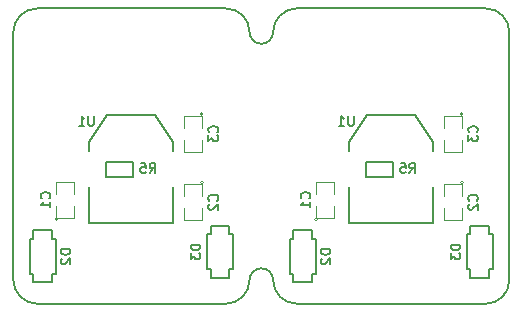
<source format=gbo>
G04 (created by PCBNEW (2012-nov-02)-testing) date Sun 20 Jan 2013 14:43:11 CET*
%MOIN*%
G04 Gerber Fmt 3.4, Leading zero omitted, Abs format*
%FSLAX34Y34*%
G01*
G70*
G90*
G04 APERTURE LIST*
%ADD10C,0.006*%
%ADD11C,0.00590551*%
%ADD12C,0.008*%
%ADD13C,0.0039*%
%ADD14C,0.005*%
G04 APERTURE END LIST*
G54D10*
G54D11*
X48031Y-48425D02*
G75*
G03X47637Y-48031I-393J0D01*
G74*
G01*
X47637Y-48031D02*
G75*
G03X47244Y-48425I0J-393D01*
G74*
G01*
X47244Y-40157D02*
G75*
G03X47637Y-40551I393J0D01*
G74*
G01*
X47637Y-40551D02*
G75*
G03X48031Y-40157I0J393D01*
G74*
G01*
X39370Y-48425D02*
G75*
G03X40157Y-49212I787J0D01*
G74*
G01*
X46456Y-39370D02*
X40157Y-39370D01*
X40157Y-49212D02*
X46456Y-49212D01*
X39370Y-40157D02*
X39370Y-48425D01*
X46456Y-49212D02*
G75*
G03X47244Y-48425I0J787D01*
G74*
G01*
X47244Y-40157D02*
G75*
G03X46456Y-39370I-787J0D01*
G74*
G01*
X40157Y-39370D02*
G75*
G03X39370Y-40157I0J-787D01*
G74*
G01*
X48031Y-48425D02*
G75*
G03X48818Y-49212I787J0D01*
G74*
G01*
X55118Y-39370D02*
X48818Y-39370D01*
X55905Y-48425D02*
X55905Y-40157D01*
X48818Y-49212D02*
X55118Y-49212D01*
X55118Y-49212D02*
G75*
G03X55905Y-48425I0J787D01*
G74*
G01*
X55905Y-40157D02*
G75*
G03X55118Y-39370I-787J0D01*
G74*
G01*
X48818Y-39370D02*
G75*
G03X48031Y-40157I0J-787D01*
G74*
G01*
G54D12*
X44707Y-45324D02*
X44707Y-46524D01*
X44707Y-46524D02*
X41907Y-46524D01*
X41907Y-46524D02*
X41907Y-45324D01*
X44707Y-44124D02*
X44707Y-43824D01*
X44707Y-43824D02*
X44107Y-42924D01*
X44107Y-42924D02*
X42507Y-42924D01*
X42507Y-42924D02*
X41907Y-43824D01*
X41907Y-43824D02*
X41907Y-44124D01*
G54D13*
X40852Y-46398D02*
G75*
G03X40852Y-46398I-50J0D01*
G74*
G01*
X40802Y-45948D02*
X40802Y-46348D01*
X40802Y-46348D02*
X41402Y-46348D01*
X41402Y-46348D02*
X41402Y-45948D01*
X41402Y-45548D02*
X41402Y-45148D01*
X41402Y-45148D02*
X40802Y-45148D01*
X40802Y-45148D02*
X40802Y-45548D01*
X45704Y-45176D02*
G75*
G03X45704Y-45176I-50J0D01*
G74*
G01*
X45654Y-45626D02*
X45654Y-45226D01*
X45654Y-45226D02*
X45054Y-45226D01*
X45054Y-45226D02*
X45054Y-45626D01*
X45054Y-46026D02*
X45054Y-46426D01*
X45054Y-46426D02*
X45654Y-46426D01*
X45654Y-46426D02*
X45654Y-46026D01*
X45704Y-42893D02*
G75*
G03X45704Y-42893I-50J0D01*
G74*
G01*
X45654Y-43343D02*
X45654Y-42943D01*
X45654Y-42943D02*
X45054Y-42943D01*
X45054Y-42943D02*
X45054Y-43343D01*
X45054Y-43743D02*
X45054Y-44143D01*
X45054Y-44143D02*
X45654Y-44143D01*
X45654Y-44143D02*
X45654Y-43743D01*
G54D11*
X40669Y-48503D02*
X40669Y-48228D01*
X40669Y-48228D02*
X40787Y-48228D01*
X40787Y-48228D02*
X40787Y-47047D01*
X40787Y-47047D02*
X40669Y-47047D01*
X40669Y-47047D02*
X40669Y-46771D01*
X40669Y-46771D02*
X40039Y-46771D01*
X40039Y-46771D02*
X40039Y-47047D01*
X40039Y-47047D02*
X39921Y-47047D01*
X39921Y-47047D02*
X39921Y-48228D01*
X39921Y-48228D02*
X40039Y-48228D01*
X40039Y-48228D02*
X40039Y-48503D01*
X40039Y-48503D02*
X40669Y-48503D01*
X46574Y-48346D02*
X46574Y-48070D01*
X46574Y-48070D02*
X46692Y-48070D01*
X46692Y-48070D02*
X46692Y-46889D01*
X46692Y-46889D02*
X46574Y-46889D01*
X46574Y-46889D02*
X46574Y-46614D01*
X46574Y-46614D02*
X45944Y-46614D01*
X45944Y-46614D02*
X45944Y-46889D01*
X45944Y-46889D02*
X45826Y-46889D01*
X45826Y-46889D02*
X45826Y-48070D01*
X45826Y-48070D02*
X45944Y-48070D01*
X45944Y-48070D02*
X45944Y-48346D01*
X45944Y-48346D02*
X46574Y-48346D01*
G54D14*
X42463Y-44974D02*
X43363Y-44974D01*
X43363Y-44974D02*
X43363Y-44474D01*
X43363Y-44474D02*
X42463Y-44474D01*
X42463Y-44474D02*
X42463Y-44974D01*
G54D12*
X53368Y-45324D02*
X53368Y-46524D01*
X53368Y-46524D02*
X50568Y-46524D01*
X50568Y-46524D02*
X50568Y-45324D01*
X53368Y-44124D02*
X53368Y-43824D01*
X53368Y-43824D02*
X52768Y-42924D01*
X52768Y-42924D02*
X51168Y-42924D01*
X51168Y-42924D02*
X50568Y-43824D01*
X50568Y-43824D02*
X50568Y-44124D01*
G54D13*
X49513Y-46398D02*
G75*
G03X49513Y-46398I-50J0D01*
G74*
G01*
X49463Y-45948D02*
X49463Y-46348D01*
X49463Y-46348D02*
X50063Y-46348D01*
X50063Y-46348D02*
X50063Y-45948D01*
X50063Y-45548D02*
X50063Y-45148D01*
X50063Y-45148D02*
X49463Y-45148D01*
X49463Y-45148D02*
X49463Y-45548D01*
X54365Y-45176D02*
G75*
G03X54365Y-45176I-50J0D01*
G74*
G01*
X54315Y-45626D02*
X54315Y-45226D01*
X54315Y-45226D02*
X53715Y-45226D01*
X53715Y-45226D02*
X53715Y-45626D01*
X53715Y-46026D02*
X53715Y-46426D01*
X53715Y-46426D02*
X54315Y-46426D01*
X54315Y-46426D02*
X54315Y-46026D01*
X54365Y-42893D02*
G75*
G03X54365Y-42893I-50J0D01*
G74*
G01*
X54315Y-43343D02*
X54315Y-42943D01*
X54315Y-42943D02*
X53715Y-42943D01*
X53715Y-42943D02*
X53715Y-43343D01*
X53715Y-43743D02*
X53715Y-44143D01*
X53715Y-44143D02*
X54315Y-44143D01*
X54315Y-44143D02*
X54315Y-43743D01*
G54D11*
X49330Y-48503D02*
X49330Y-48228D01*
X49330Y-48228D02*
X49448Y-48228D01*
X49448Y-48228D02*
X49448Y-47047D01*
X49448Y-47047D02*
X49330Y-47047D01*
X49330Y-47047D02*
X49330Y-46771D01*
X49330Y-46771D02*
X48700Y-46771D01*
X48700Y-46771D02*
X48700Y-47047D01*
X48700Y-47047D02*
X48582Y-47047D01*
X48582Y-47047D02*
X48582Y-48228D01*
X48582Y-48228D02*
X48700Y-48228D01*
X48700Y-48228D02*
X48700Y-48503D01*
X48700Y-48503D02*
X49330Y-48503D01*
X55236Y-48346D02*
X55236Y-48070D01*
X55236Y-48070D02*
X55354Y-48070D01*
X55354Y-48070D02*
X55354Y-46889D01*
X55354Y-46889D02*
X55236Y-46889D01*
X55236Y-46889D02*
X55236Y-46614D01*
X55236Y-46614D02*
X54606Y-46614D01*
X54606Y-46614D02*
X54606Y-46889D01*
X54606Y-46889D02*
X54488Y-46889D01*
X54488Y-46889D02*
X54488Y-48070D01*
X54488Y-48070D02*
X54606Y-48070D01*
X54606Y-48070D02*
X54606Y-48346D01*
X54606Y-48346D02*
X55236Y-48346D01*
G54D14*
X51124Y-44974D02*
X52024Y-44974D01*
X52024Y-44974D02*
X52024Y-44474D01*
X52024Y-44474D02*
X51124Y-44474D01*
X51124Y-44474D02*
X51124Y-44974D01*
G54D10*
X42054Y-42959D02*
X42054Y-43218D01*
X42039Y-43248D01*
X42024Y-43263D01*
X41993Y-43279D01*
X41932Y-43279D01*
X41902Y-43263D01*
X41887Y-43248D01*
X41871Y-43218D01*
X41871Y-42959D01*
X41551Y-43279D02*
X41734Y-43279D01*
X41643Y-43279D02*
X41643Y-42959D01*
X41673Y-43004D01*
X41704Y-43035D01*
X41734Y-43050D01*
X40571Y-45694D02*
X40586Y-45679D01*
X40601Y-45633D01*
X40601Y-45603D01*
X40586Y-45557D01*
X40556Y-45527D01*
X40525Y-45511D01*
X40464Y-45496D01*
X40419Y-45496D01*
X40358Y-45511D01*
X40327Y-45527D01*
X40297Y-45557D01*
X40281Y-45603D01*
X40281Y-45633D01*
X40297Y-45679D01*
X40312Y-45694D01*
X40601Y-45999D02*
X40601Y-45816D01*
X40601Y-45908D02*
X40281Y-45908D01*
X40327Y-45877D01*
X40358Y-45847D01*
X40373Y-45816D01*
X46162Y-45773D02*
X46177Y-45758D01*
X46192Y-45712D01*
X46192Y-45682D01*
X46177Y-45636D01*
X46146Y-45605D01*
X46116Y-45590D01*
X46055Y-45575D01*
X46009Y-45575D01*
X45948Y-45590D01*
X45918Y-45605D01*
X45887Y-45636D01*
X45872Y-45682D01*
X45872Y-45712D01*
X45887Y-45758D01*
X45902Y-45773D01*
X45902Y-45895D02*
X45887Y-45910D01*
X45872Y-45941D01*
X45872Y-46017D01*
X45887Y-46047D01*
X45902Y-46062D01*
X45933Y-46078D01*
X45963Y-46078D01*
X46009Y-46062D01*
X46192Y-45880D01*
X46192Y-46078D01*
X46162Y-43489D02*
X46177Y-43474D01*
X46192Y-43429D01*
X46192Y-43398D01*
X46177Y-43352D01*
X46146Y-43322D01*
X46116Y-43307D01*
X46055Y-43291D01*
X46009Y-43291D01*
X45948Y-43307D01*
X45918Y-43322D01*
X45887Y-43352D01*
X45872Y-43398D01*
X45872Y-43429D01*
X45887Y-43474D01*
X45902Y-43489D01*
X45872Y-43596D02*
X45872Y-43794D01*
X45994Y-43688D01*
X45994Y-43733D01*
X46009Y-43764D01*
X46024Y-43779D01*
X46055Y-43794D01*
X46131Y-43794D01*
X46162Y-43779D01*
X46177Y-43764D01*
X46192Y-43733D01*
X46192Y-43642D01*
X46177Y-43611D01*
X46162Y-43596D01*
X41271Y-47401D02*
X40951Y-47401D01*
X40951Y-47477D01*
X40966Y-47523D01*
X40996Y-47553D01*
X41027Y-47569D01*
X41088Y-47584D01*
X41134Y-47584D01*
X41195Y-47569D01*
X41225Y-47553D01*
X41256Y-47523D01*
X41271Y-47477D01*
X41271Y-47401D01*
X40981Y-47706D02*
X40966Y-47721D01*
X40951Y-47752D01*
X40951Y-47828D01*
X40966Y-47858D01*
X40981Y-47873D01*
X41012Y-47889D01*
X41042Y-47889D01*
X41088Y-47873D01*
X41271Y-47691D01*
X41271Y-47889D01*
X45601Y-47244D02*
X45281Y-47244D01*
X45281Y-47320D01*
X45297Y-47366D01*
X45327Y-47396D01*
X45358Y-47411D01*
X45419Y-47426D01*
X45464Y-47426D01*
X45525Y-47411D01*
X45556Y-47396D01*
X45586Y-47366D01*
X45601Y-47320D01*
X45601Y-47244D01*
X45281Y-47533D02*
X45281Y-47731D01*
X45403Y-47625D01*
X45403Y-47670D01*
X45419Y-47701D01*
X45434Y-47716D01*
X45464Y-47731D01*
X45541Y-47731D01*
X45571Y-47716D01*
X45586Y-47701D01*
X45601Y-47670D01*
X45601Y-47579D01*
X45586Y-47548D01*
X45571Y-47533D01*
X43911Y-44853D02*
X44018Y-44701D01*
X44094Y-44853D02*
X44094Y-44533D01*
X43972Y-44533D01*
X43942Y-44549D01*
X43926Y-44564D01*
X43911Y-44594D01*
X43911Y-44640D01*
X43926Y-44671D01*
X43942Y-44686D01*
X43972Y-44701D01*
X44094Y-44701D01*
X43622Y-44533D02*
X43774Y-44533D01*
X43789Y-44686D01*
X43774Y-44671D01*
X43743Y-44655D01*
X43667Y-44655D01*
X43637Y-44671D01*
X43622Y-44686D01*
X43606Y-44716D01*
X43606Y-44792D01*
X43622Y-44823D01*
X43637Y-44838D01*
X43667Y-44853D01*
X43743Y-44853D01*
X43774Y-44838D01*
X43789Y-44823D01*
X50716Y-42959D02*
X50716Y-43218D01*
X50701Y-43248D01*
X50685Y-43263D01*
X50655Y-43279D01*
X50594Y-43279D01*
X50563Y-43263D01*
X50548Y-43248D01*
X50533Y-43218D01*
X50533Y-42959D01*
X50213Y-43279D02*
X50396Y-43279D01*
X50304Y-43279D02*
X50304Y-42959D01*
X50335Y-43004D01*
X50365Y-43035D01*
X50396Y-43050D01*
X49232Y-45694D02*
X49248Y-45679D01*
X49263Y-45633D01*
X49263Y-45603D01*
X49248Y-45557D01*
X49217Y-45527D01*
X49187Y-45511D01*
X49126Y-45496D01*
X49080Y-45496D01*
X49019Y-45511D01*
X48989Y-45527D01*
X48958Y-45557D01*
X48943Y-45603D01*
X48943Y-45633D01*
X48958Y-45679D01*
X48973Y-45694D01*
X49263Y-45999D02*
X49263Y-45816D01*
X49263Y-45908D02*
X48943Y-45908D01*
X48989Y-45877D01*
X49019Y-45847D01*
X49034Y-45816D01*
X54823Y-45773D02*
X54838Y-45758D01*
X54853Y-45712D01*
X54853Y-45682D01*
X54838Y-45636D01*
X54808Y-45605D01*
X54777Y-45590D01*
X54716Y-45575D01*
X54671Y-45575D01*
X54610Y-45590D01*
X54579Y-45605D01*
X54549Y-45636D01*
X54533Y-45682D01*
X54533Y-45712D01*
X54549Y-45758D01*
X54564Y-45773D01*
X54564Y-45895D02*
X54549Y-45910D01*
X54533Y-45941D01*
X54533Y-46017D01*
X54549Y-46047D01*
X54564Y-46062D01*
X54594Y-46078D01*
X54625Y-46078D01*
X54671Y-46062D01*
X54853Y-45880D01*
X54853Y-46078D01*
X54823Y-43489D02*
X54838Y-43474D01*
X54853Y-43429D01*
X54853Y-43398D01*
X54838Y-43352D01*
X54808Y-43322D01*
X54777Y-43307D01*
X54716Y-43291D01*
X54671Y-43291D01*
X54610Y-43307D01*
X54579Y-43322D01*
X54549Y-43352D01*
X54533Y-43398D01*
X54533Y-43429D01*
X54549Y-43474D01*
X54564Y-43489D01*
X54533Y-43596D02*
X54533Y-43794D01*
X54655Y-43688D01*
X54655Y-43733D01*
X54671Y-43764D01*
X54686Y-43779D01*
X54716Y-43794D01*
X54792Y-43794D01*
X54823Y-43779D01*
X54838Y-43764D01*
X54853Y-43733D01*
X54853Y-43642D01*
X54838Y-43611D01*
X54823Y-43596D01*
X49932Y-47401D02*
X49612Y-47401D01*
X49612Y-47477D01*
X49627Y-47523D01*
X49658Y-47553D01*
X49688Y-47569D01*
X49749Y-47584D01*
X49795Y-47584D01*
X49856Y-47569D01*
X49886Y-47553D01*
X49917Y-47523D01*
X49932Y-47477D01*
X49932Y-47401D01*
X49643Y-47706D02*
X49627Y-47721D01*
X49612Y-47752D01*
X49612Y-47828D01*
X49627Y-47858D01*
X49643Y-47873D01*
X49673Y-47889D01*
X49704Y-47889D01*
X49749Y-47873D01*
X49932Y-47691D01*
X49932Y-47889D01*
X54263Y-47244D02*
X53943Y-47244D01*
X53943Y-47320D01*
X53958Y-47366D01*
X53989Y-47396D01*
X54019Y-47411D01*
X54080Y-47426D01*
X54126Y-47426D01*
X54187Y-47411D01*
X54217Y-47396D01*
X54248Y-47366D01*
X54263Y-47320D01*
X54263Y-47244D01*
X53943Y-47533D02*
X53943Y-47731D01*
X54065Y-47625D01*
X54065Y-47670D01*
X54080Y-47701D01*
X54095Y-47716D01*
X54126Y-47731D01*
X54202Y-47731D01*
X54232Y-47716D01*
X54248Y-47701D01*
X54263Y-47670D01*
X54263Y-47579D01*
X54248Y-47548D01*
X54232Y-47533D01*
X52573Y-44853D02*
X52679Y-44701D01*
X52755Y-44853D02*
X52755Y-44533D01*
X52633Y-44533D01*
X52603Y-44549D01*
X52588Y-44564D01*
X52573Y-44594D01*
X52573Y-44640D01*
X52588Y-44671D01*
X52603Y-44686D01*
X52633Y-44701D01*
X52755Y-44701D01*
X52283Y-44533D02*
X52435Y-44533D01*
X52451Y-44686D01*
X52435Y-44671D01*
X52405Y-44655D01*
X52329Y-44655D01*
X52298Y-44671D01*
X52283Y-44686D01*
X52268Y-44716D01*
X52268Y-44792D01*
X52283Y-44823D01*
X52298Y-44838D01*
X52329Y-44853D01*
X52405Y-44853D01*
X52435Y-44838D01*
X52451Y-44823D01*
M02*

</source>
